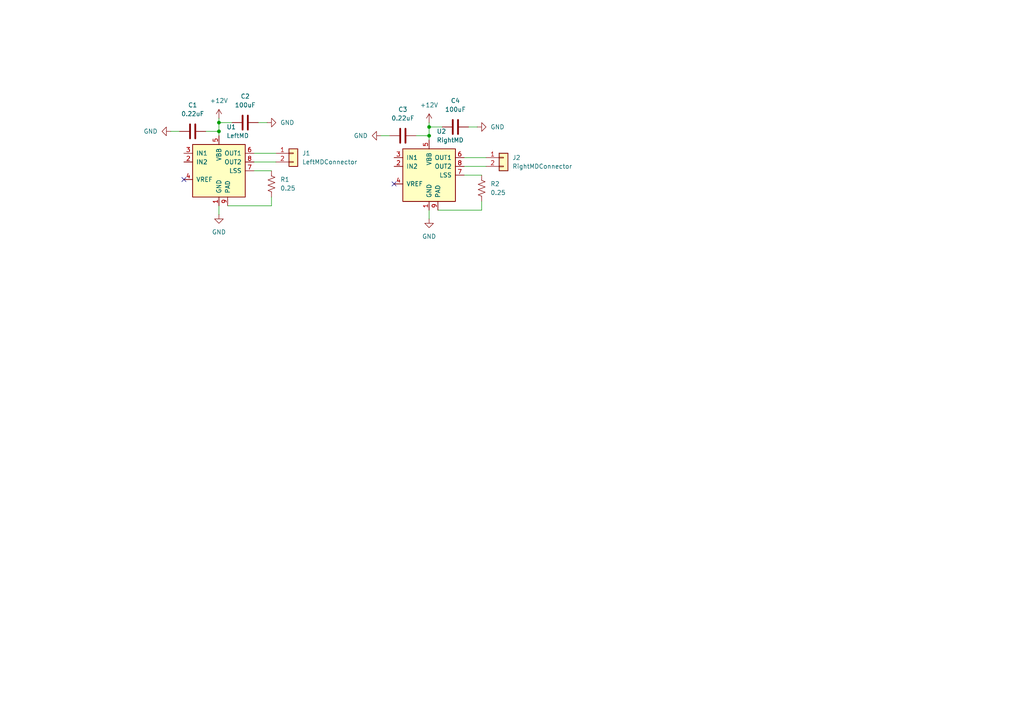
<source format=kicad_sch>
(kicad_sch (version 20231120) (generator "eeschema") (generator_version "8.0")
  (paper "A4")
  (lib_symbols
    (symbol "Connector_Generic:Conn_01x02" (pin_names (offset 1.016) hide)
      (property "Reference" "J" (at 0 2.54 0))
      (property "Value" "Conn_01x02" (at 0 -5.08 0))
      (symbol "Conn_01x02_1_1"
        (rectangle (start -1.27 -2.413) (end 0 -2.667) (stroke (width 0.1524)))
        (rectangle (start -1.27 0.127) (end 0 -0.127) (stroke (width 0.1524)))
        (rectangle (start -1.27 1.27) (end 1.27 -3.81) (stroke (width 0.254)) (fill (type background)))
        (pin passive line (at -5.08 0 0) (length 3.81) (name "Pin_1") (number "1"))
        (pin passive line (at -5.08 -2.54 0) (length 3.81) (name "Pin_2") (number "2"))
      )
    )
    (symbol "Device:C" (pin_numbers hide) (pin_names (offset 0.254))
      (property "Reference" "C" (at 0.635 2.54 0))
      (property "Value" "C" (at 0.635 -2.54 0))
      (symbol "C_0_1"
        (polyline (pts (xy -2.032 -0.762) (xy 2.032 -0.762)) (stroke (width 0.508)))
        (polyline (pts (xy -2.032 0.762) (xy 2.032 0.762)) (stroke (width 0.508)))
      )
      (symbol "C_1_1"
        (pin passive line (at 0 3.81 270) (length 2.794) (name "~") (number "1"))
        (pin passive line (at 0 -3.81 90) (length 2.794) (name "~") (number "2"))
      )
    )
    (symbol "Device:R_US" (pin_numbers hide) (pin_names (offset 0))
      (property "Reference" "R" (at 2.54 0 90))
      (property "Value" "R_US" (at -2.54 0 90))
      (symbol "R_US_0_1"
        (polyline (pts (xy 0 -2.286) (xy 0 -2.54)))
        (polyline (pts (xy 0 2.286) (xy 0 2.54)))
        (polyline (pts (xy 0 -0.762) (xy 1.016 -1.143) (xy 0 -1.524) (xy -1.016 -1.905) (xy 0 -2.286)))
        (polyline (pts (xy 0 0.762) (xy 1.016 0.381) (xy 0 0) (xy -1.016 -0.381) (xy 0 -0.762)))
        (polyline (pts (xy 0 2.286) (xy 1.016 1.905) (xy 0 1.524) (xy -1.016 1.143) (xy 0 0.762)))
      )
      (symbol "R_US_1_1"
        (pin passive line (at 0 3.81 270) (length 1.27) (name "~") (number "1"))
        (pin passive line (at 0 -3.81 90) (length 1.27) (name "~") (number "2"))
      )
    )
    (symbol "Driver_Motor:A4950E" (pin_names (offset 1.016))
      (property "Reference" "U" (at -7.62 8.89 0))
      (property "Value" "A4950E" (at 5.08 8.89 0))
      (symbol "A4950E_0_1"
        (rectangle (start -7.62 7.62) (end 7.62 -7.62) (stroke (width 0.254)) (fill (type background)))
      )
      (symbol "A4950E_1_1"
        (pin power_in line (at 0 -10.16 90) (length 2.54) (name "GND") (number "1"))
        (pin input line (at -10.16 2.54 0) (length 2.54) (name "IN2") (number "2"))
        (pin input line (at -10.16 5.08 0) (length 2.54) (name "IN1") (number "3"))
        (pin passive line (at -10.16 -2.54 0) (length 2.54) (name "VREF") (number "4"))
        (pin power_in line (at 0 10.16 270) (length 2.54) (name "VBB") (number "5"))
        (pin power_out line (at 10.16 5.08 180) (length 2.54) (name "OUT1") (number "6"))
        (pin power_in line (at 10.16 0 180) (length 2.54) (name "LSS") (number "7"))
        (pin power_out line (at 10.16 2.54 180) (length 2.54) (name "OUT2") (number "8"))
        (pin power_in line (at 2.54 -10.16 90) (length 2.54) (name "PAD") (number "9"))
      )
    )
    (symbol "power:+12V" (power) (pin_numbers hide) (pin_names (offset 0) hide)
      (property "Value" "+12V" (at 0 3.556 0))
      (symbol "+12V_0_1"
        (polyline (pts (xy -0.762 1.27) (xy 0 2.54)))
        (polyline (pts (xy 0 0) (xy 0 2.54)))
        (polyline (pts (xy 0 2.54) (xy 0.762 1.27)))
      )
      (symbol "+12V_1_1"
        (pin power_in line (at 0 0 90) (length 0) (name "~") (number "1"))
      )
    )
    (symbol "power:GND" (power) (pin_numbers hide) (pin_names (offset 0) hide)
      (property "Value" "GND" (at 0 -3.81 0))
      (symbol "GND_0_1"
        (polyline (pts (xy 0 0) (xy 0 -1.27) (xy 1.27 -1.27) (xy 0 -2.54) (xy -1.27 -1.27) (xy 0 -1.27)))
      )
      (symbol "GND_1_1"
        (pin power_in line (at 0 0 270) (length 0) (name "~") (number "1"))
      )
    )
  )
  (junction (at 124.46 39.37))
  (junction (at 63.5 35.56))
  (junction (at 63.5 38.1))
  (junction (at 124.46 36.83))
  (no_connect (at 53.34 52.07))
  (no_connect (at 114.3 53.34))
  (wire (pts (xy 63.5 35.56) (xy 63.5 38.1)))
  (wire (pts (xy 63.5 38.1) (xy 63.5 39.37)))
  (wire (pts (xy 73.66 46.99) (xy 80.01 46.99)))
  (wire (pts (xy 110.49 39.37) (xy 113.03 39.37)))
  (wire (pts (xy 63.5 35.56) (xy 67.31 35.56)))
  (wire (pts (xy 134.62 45.72) (xy 140.97 45.72)))
  (wire (pts (xy 73.66 49.53) (xy 78.74 49.53)))
  (wire (pts (xy 124.46 39.37) (xy 124.46 40.64)))
  (wire (pts (xy 124.46 35.56) (xy 124.46 36.83)))
  (wire (pts (xy 63.5 59.69) (xy 63.5 62.23)))
  (wire (pts (xy 49.53 38.1) (xy 52.07 38.1)))
  (wire (pts (xy 124.46 60.96) (xy 124.46 63.5)))
  (wire (pts (xy 78.74 57.15) (xy 78.74 59.69)))
  (wire (pts (xy 134.62 50.8) (xy 139.7 50.8)))
  (wire (pts (xy 124.46 36.83) (xy 128.27 36.83)))
  (wire (pts (xy 134.62 48.26) (xy 140.97 48.26)))
  (wire (pts (xy 59.69 38.1) (xy 63.5 38.1)))
  (wire (pts (xy 63.5 34.29) (xy 63.5 35.56)))
  (wire (pts (xy 135.89 36.83) (xy 138.43 36.83)))
  (wire (pts (xy 139.7 60.96) (xy 127 60.96)))
  (wire (pts (xy 124.46 36.83) (xy 124.46 39.37)))
  (wire (pts (xy 74.93 35.56) (xy 77.47 35.56)))
  (wire (pts (xy 120.65 39.37) (xy 124.46 39.37)))
  (wire (pts (xy 78.74 59.69) (xy 66.04 59.69)))
  (wire (pts (xy 73.66 44.45) (xy 80.01 44.45)))
  (wire (pts (xy 139.7 58.42) (xy 139.7 60.96)))
  (symbol (lib_id "power:GND") (at 63.5 62.23 0) (unit 1)
    (property "Reference" "#PWR01" (effects (hide yes)))
    (property "Value" "GND" (at 63.5 67.31 0))
    (property "Description" "Power symbol creates a global label with name \"GND\" , ground" (effects (hide yes)))
  )
  (symbol (lib_id "power:GND") (at 124.46 63.5 0) (unit 1)
    (property "Reference" "#PWR07" (effects (hide yes)))
    (property "Value" "GND" (at 124.46 68.58 0))
    (property "Description" "Power symbol creates a global label with name \"GND\" , ground" (effects (hide yes)))
  )
  (symbol (lib_id "power:+12V") (at 63.5 34.29 0) (unit 1)
    (property "Reference" "#PWR02" (effects (hide yes)))
    (property "Value" "+12V" (at 63.5 29.21 0))
    (property "Description" "Power symbol creates a global label with name \"+12V\"" (effects (hide yes)))
  )
  (symbol (lib_id "Connector_Generic:Conn_01x02") (at 85.09 44.45 0) (unit 1)
    (property "Reference" "J1" (at 87.63 44.4499 0) (effects (justify left)))
    (property "Value" "LeftMDConnector" (at 87.63 46.9899 0) (effects (justify left)))
    (property "Description" "Generic connector, single row, 01x02, script generated (kicad-library-utils/schlib/autogen/connector/)" (effects (hide yes)))
  )
  (symbol (lib_id "Driver_Motor:A4950E") (at 124.46 50.8 0) (unit 1)
    (property "Reference" "U2" (at 126.6541 38.1 0) (effects (justify left)))
    (property "Value" "RightMD" (at 126.6541 40.64 0) (effects (justify left)))
    (property "Footprint" "Package_SO:SOIC-8-1EP_3.9x4.9mm_P1.27mm_EP2.41x3.3mm" (effects (hide yes)))
    (property "Datasheet" "http://www.allegromicro.com/~/media/Files/Datasheets/A4950-Datasheet.ashx" (effects (hide yes)))
    (property "Description" "Full-Bridge, DMOS PWM, Motor Driver, 40V, 3.5A, -40 to +85C" (effects (hide yes)))
  )
  (symbol (lib_id "Device:R_US") (at 139.7 54.61 0) (unit 1)
    (property "Reference" "R2" (at 142.24 53.3399 0) (effects (justify left)))
    (property "Value" "0.25" (at 142.24 55.8799 0) (effects (justify left)))
    (property "Description" "Resistor, US symbol" (effects (hide yes)))
  )
  (symbol (lib_id "power:+12V") (at 124.46 35.56 0) (unit 1)
    (property "Reference" "#PWR06" (effects (hide yes)))
    (property "Value" "+12V" (at 124.46 30.48 0))
    (property "Description" "Power symbol creates a global label with name \"+12V\"" (effects (hide yes)))
  )
  (symbol (lib_id "Device:C") (at 116.84 39.37 90) (unit 1)
    (property "Reference" "C3" (at 116.84 31.75 90))
    (property "Value" "0.22uF" (at 116.84 34.29 90))
    (property "Description" "Unpolarized capacitor" (effects (hide yes)))
  )
  (symbol (lib_id "power:GND") (at 77.47 35.56 90) (unit 1)
    (property "Reference" "#PWR04" (effects (hide yes)))
    (property "Value" "GND" (at 81.28 35.5599 90) (effects (justify right)))
    (property "Description" "Power symbol creates a global label with name \"GND\" , ground" (effects (hide yes)))
  )
  (symbol (lib_id "Device:C") (at 55.88 38.1 90) (unit 1)
    (property "Reference" "C1" (at 55.88 30.48 90))
    (property "Value" "0.22uF" (at 55.88 33.02 90))
    (property "Description" "Unpolarized capacitor" (effects (hide yes)))
  )
  (symbol (lib_id "Device:C") (at 132.08 36.83 90) (unit 1)
    (property "Reference" "C4" (at 132.08 29.21 90))
    (property "Value" "100uF" (at 132.08 31.75 90))
    (property "Description" "Unpolarized capacitor" (effects (hide yes)))
  )
  (symbol (lib_id "Device:C") (at 71.12 35.56 90) (unit 1)
    (property "Reference" "C2" (at 71.12 27.94 90))
    (property "Value" "100uF" (at 71.12 30.48 90))
    (property "Description" "Unpolarized capacitor" (effects (hide yes)))
  )
  (symbol (lib_id "Device:R_US") (at 78.74 53.34 0) (unit 1)
    (property "Reference" "R1" (at 81.28 52.0699 0) (effects (justify left)))
    (property "Value" "0.25" (at 81.28 54.6099 0) (effects (justify left)))
    (property "Description" "Resistor, US symbol" (effects (hide yes)))
  )
  (symbol (lib_id "Driver_Motor:A4950E") (at 63.5 49.53 0) (unit 1)
    (property "Reference" "U1" (at 65.6941 36.83 0) (effects (justify left)))
    (property "Value" "LeftMD" (at 65.6941 39.37 0) (effects (justify left)))
    (property "Footprint" "Package_SO:SOIC-8-1EP_3.9x4.9mm_P1.27mm_EP2.41x3.3mm" (effects (hide yes)))
    (property "Datasheet" "http://www.allegromicro.com/~/media/Files/Datasheets/A4950-Datasheet.ashx" (effects (hide yes)))
    (property "Description" "Full-Bridge, DMOS PWM, Motor Driver, 40V, 3.5A, -40 to +85C" (effects (hide yes)))
  )
  (symbol (lib_id "power:GND") (at 110.49 39.37 270) (unit 1)
    (property "Reference" "#PWR05" (effects (hide yes)))
    (property "Value" "GND" (at 106.68 39.3699 90) (effects (justify right)))
    (property "Description" "Power symbol creates a global label with name \"GND\" , ground" (effects (hide yes)))
  )
  (symbol (lib_id "Connector_Generic:Conn_01x02") (at 146.05 45.72 0) (unit 1)
    (property "Reference" "J2" (at 148.59 45.7199 0) (effects (justify left)))
    (property "Value" "RightMDConnector" (at 148.59 48.2599 0) (effects (justify left)))
    (property "Description" "Generic connector, single row, 01x02, script generated (kicad-library-utils/schlib/autogen/connector/)" (effects (hide yes)))
  )
  (symbol (lib_id "power:GND") (at 49.53 38.1 270) (unit 1)
    (property "Reference" "#PWR03" (effects (hide yes)))
    (property "Value" "GND" (at 45.72 38.0999 90) (effects (justify right)))
    (property "Description" "Power symbol creates a global label with name \"GND\" , ground" (effects (hide yes)))
  )
  (symbol (lib_id "power:GND") (at 138.43 36.83 90) (unit 1)
    (property "Reference" "#PWR08" (effects (hide yes)))
    (property "Value" "GND" (at 142.24 36.8299 90) (effects (justify right)))
    (property "Description" "Power symbol creates a global label with name \"GND\" , ground" (effects (hide yes)))
  )
)
</source>
